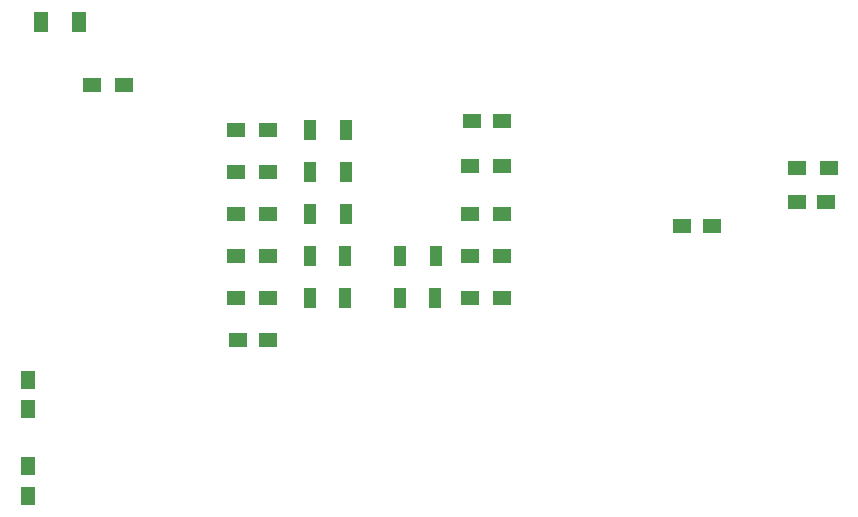
<source format=gtp>
G04 #@! TF.GenerationSoftware,KiCad,Pcbnew,(5.0.0-3-g5ebb6b6)*
G04 #@! TF.CreationDate,2018-09-15T08:13:44-04:00*
G04 #@! TF.ProjectId,picdev,7069636465762E6B696361645F706362,rev?*
G04 #@! TF.SameCoordinates,Original*
G04 #@! TF.FileFunction,Paste,Top*
G04 #@! TF.FilePolarity,Positive*
%FSLAX46Y46*%
G04 Gerber Fmt 4.6, Leading zero omitted, Abs format (unit mm)*
G04 Created by KiCad (PCBNEW (5.0.0-3-g5ebb6b6)) date Saturday, September 15, 2018 at 08:13:44 AM*
%MOMM*%
%LPD*%
G01*
G04 APERTURE LIST*
%ADD10R,1.500000X1.250000*%
%ADD11R,1.250000X1.500000*%
%ADD12R,1.245000X1.800000*%
%ADD13R,1.070000X1.800000*%
%ADD14R,1.500000X1.300000*%
G04 APERTURE END LIST*
D10*
G04 #@! TO.C,C3*
X185948000Y-73406000D03*
X188448000Y-73406000D03*
G04 #@! TD*
G04 #@! TO.C,C5*
X168188000Y-64516000D03*
X170688000Y-64516000D03*
G04 #@! TD*
G04 #@! TO.C,C6*
X198174000Y-71374000D03*
X195674000Y-71374000D03*
G04 #@! TD*
G04 #@! TO.C,C7*
X148376000Y-83058000D03*
X150876000Y-83058000D03*
G04 #@! TD*
D11*
G04 #@! TO.C,C9*
X130556000Y-88900000D03*
X130556000Y-86400000D03*
G04 #@! TD*
G04 #@! TO.C,C10*
X130556000Y-96226000D03*
X130556000Y-93726000D03*
G04 #@! TD*
D12*
G04 #@! TO.C,F1*
X134874000Y-56134000D03*
X131689000Y-56134000D03*
G04 #@! TD*
D13*
G04 #@! TO.C,D7*
X154432000Y-79502000D03*
X157442000Y-79502000D03*
G04 #@! TD*
G04 #@! TO.C,D6*
X157442000Y-75946000D03*
X154432000Y-75946000D03*
G04 #@! TD*
G04 #@! TO.C,D5*
X154470000Y-72390000D03*
X157480000Y-72390000D03*
G04 #@! TD*
G04 #@! TO.C,D4*
X157461000Y-68834000D03*
X154451000Y-68834000D03*
G04 #@! TD*
G04 #@! TO.C,D3*
X154470000Y-65278000D03*
X157480000Y-65278000D03*
G04 #@! TD*
G04 #@! TO.C,D2*
X162090000Y-75946000D03*
X165100000Y-75946000D03*
G04 #@! TD*
G04 #@! TO.C,D1*
X165062000Y-79502000D03*
X162052000Y-79502000D03*
G04 #@! TD*
D14*
G04 #@! TO.C,R12*
X198374000Y-68453000D03*
X195674000Y-68453000D03*
G04 #@! TD*
G04 #@! TO.C,R11*
X148176000Y-79502000D03*
X150876000Y-79502000D03*
G04 #@! TD*
G04 #@! TO.C,R10*
X150876000Y-75946000D03*
X148176000Y-75946000D03*
G04 #@! TD*
G04 #@! TO.C,R9*
X148176000Y-72390000D03*
X150876000Y-72390000D03*
G04 #@! TD*
G04 #@! TO.C,R8*
X150876000Y-68834000D03*
X148176000Y-68834000D03*
G04 #@! TD*
G04 #@! TO.C,R7*
X148176000Y-65278000D03*
X150876000Y-65278000D03*
G04 #@! TD*
G04 #@! TO.C,R6*
X138684000Y-61468000D03*
X135984000Y-61468000D03*
G04 #@! TD*
G04 #@! TO.C,R5*
X170688000Y-75946000D03*
X167988000Y-75946000D03*
G04 #@! TD*
G04 #@! TO.C,R4*
X167988000Y-79502000D03*
X170688000Y-79502000D03*
G04 #@! TD*
G04 #@! TO.C,R3*
X170688000Y-68326000D03*
X167988000Y-68326000D03*
G04 #@! TD*
G04 #@! TO.C,R2*
X167988000Y-72390000D03*
X170688000Y-72390000D03*
G04 #@! TD*
M02*

</source>
